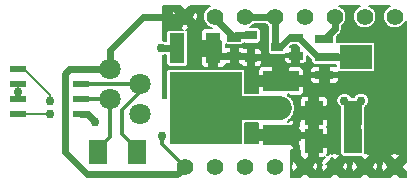
<source format=gbl>
G04 (created by PCBNEW (2013-jul-07)-stable) date Thu 09 Jan 2014 05:17:47 AM EST*
%MOIN*%
G04 Gerber Fmt 3.4, Leading zero omitted, Abs format*
%FSLAX34Y34*%
G01*
G70*
G90*
G04 APERTURE LIST*
%ADD10C,0.00590551*%
%ADD11C,0.0708661*%
%ADD12R,0.12X0.065*%
%ADD13R,0.24X0.24*%
%ADD14R,0.0394X0.0315*%
%ADD15R,0.0551X0.0236*%
%ADD16R,0.05X0.1*%
%ADD17R,0.06X0.08*%
%ADD18R,0.045X0.025*%
%ADD19C,0.055*%
%ADD20R,0.063X0.0276*%
%ADD21R,0.0827X0.0276*%
%ADD22R,0.1083X0.0787*%
%ADD23C,0.03*%
%ADD24C,0.0240157*%
%ADD25C,0.0120079*%
%ADD26C,0.0787402*%
%ADD27C,0.006*%
%ADD28C,0.00787402*%
G04 APERTURE END LIST*
G54D10*
G54D11*
X78000Y-58750D03*
X79000Y-59250D03*
X78000Y-59750D03*
X79000Y-60250D03*
G54D12*
X83700Y-59150D03*
G54D13*
X81200Y-60050D03*
G54D12*
X83700Y-60950D03*
G54D14*
X83583Y-58000D03*
X82717Y-57625D03*
X82717Y-58375D03*
G54D15*
X77050Y-60250D03*
X74950Y-60250D03*
X77050Y-59750D03*
X77050Y-59250D03*
X77050Y-58750D03*
X74950Y-59750D03*
X74950Y-59250D03*
X74950Y-58750D03*
G54D16*
X80250Y-58050D03*
X81450Y-58050D03*
G54D17*
X77600Y-61500D03*
X78900Y-61500D03*
X86100Y-61150D03*
X84800Y-61150D03*
X86100Y-60200D03*
X84800Y-60200D03*
G54D18*
X84200Y-57700D03*
X84200Y-58300D03*
X82150Y-57700D03*
X82150Y-58300D03*
G54D19*
X80500Y-62000D03*
X81500Y-62000D03*
X82500Y-62000D03*
X83500Y-62000D03*
X84500Y-62000D03*
X85500Y-62000D03*
X86500Y-62000D03*
X87500Y-62000D03*
X87500Y-57000D03*
X86500Y-57000D03*
X85500Y-57000D03*
X84500Y-57000D03*
X83500Y-57000D03*
X82500Y-57000D03*
X81500Y-57000D03*
X80500Y-57000D03*
G54D20*
X85152Y-58941D03*
G54D21*
X85250Y-58350D03*
G54D20*
X85152Y-57759D03*
G54D22*
X86195Y-58350D03*
G54D23*
X86100Y-61150D03*
X85825Y-59800D03*
X86100Y-60200D03*
X86375Y-59800D03*
X86250Y-60675D03*
X85950Y-60675D03*
X77525Y-60500D03*
X79700Y-58050D03*
X79750Y-60975D03*
X80900Y-58500D03*
X83675Y-60050D03*
X83375Y-60250D03*
X83375Y-59875D03*
X83075Y-60050D03*
X76000Y-60250D03*
X74950Y-59500D03*
X76000Y-59800D03*
G54D24*
X86100Y-60200D02*
X86100Y-60075D01*
X86100Y-60200D02*
X86100Y-60100D01*
X85950Y-60675D02*
X86250Y-60675D01*
X86100Y-60350D02*
X86250Y-60675D01*
X86100Y-60200D02*
X86100Y-60350D01*
X86100Y-60425D02*
X85950Y-60675D01*
X86100Y-60200D02*
X86100Y-60425D01*
X86100Y-60200D02*
X86100Y-60050D01*
X85500Y-57000D02*
X85500Y-57411D01*
X85500Y-57411D02*
X85152Y-57759D01*
X82717Y-57625D02*
X82225Y-57625D01*
X82225Y-57625D02*
X82150Y-57700D01*
X81500Y-57000D02*
X81500Y-57050D01*
X81500Y-57050D02*
X82150Y-57700D01*
X84200Y-57700D02*
X83975Y-57700D01*
X83675Y-58000D02*
X83583Y-58000D01*
X83975Y-57700D02*
X83675Y-58000D01*
X85250Y-58350D02*
X86195Y-58350D01*
X77050Y-60250D02*
X77275Y-60250D01*
X77275Y-60250D02*
X77525Y-60500D01*
X84200Y-57700D02*
X84300Y-57700D01*
X84950Y-58350D02*
X85250Y-58350D01*
X84300Y-57700D02*
X84950Y-58350D01*
X82500Y-57000D02*
X83500Y-57000D01*
X83500Y-57000D02*
X83500Y-57917D01*
X83500Y-57917D02*
X83583Y-58000D01*
X79700Y-58050D02*
X80250Y-58050D01*
X83700Y-60950D02*
X83850Y-60950D01*
X83850Y-60950D02*
X84200Y-60600D01*
X84200Y-60600D02*
X84200Y-60500D01*
X84200Y-61300D02*
X84200Y-61500D01*
X83850Y-60950D02*
X84200Y-61300D01*
X83700Y-60950D02*
X84600Y-60950D01*
X84600Y-60950D02*
X84800Y-61150D01*
X82150Y-58300D02*
X82642Y-58300D01*
X82642Y-58300D02*
X82717Y-58375D01*
X81450Y-58050D02*
X81725Y-58325D01*
X82125Y-58325D02*
X82150Y-58300D01*
X81725Y-58325D02*
X82125Y-58325D01*
G54D25*
X79750Y-61250D02*
X80500Y-62000D01*
X79750Y-60975D02*
X79750Y-61250D01*
G54D24*
X78000Y-58750D02*
X78000Y-58100D01*
X79100Y-57000D02*
X80500Y-57000D01*
X78000Y-58100D02*
X79100Y-57000D01*
X77050Y-58750D02*
X76650Y-58750D01*
X76650Y-58750D02*
X76500Y-58900D01*
X76500Y-58900D02*
X76500Y-61500D01*
X80250Y-62250D02*
X80500Y-62000D01*
X77250Y-62250D02*
X80250Y-62250D01*
X76500Y-61500D02*
X77250Y-62250D01*
X78000Y-58750D02*
X77050Y-58750D01*
G54D26*
X81200Y-60050D02*
X83675Y-60050D01*
G54D24*
X83675Y-60050D02*
X83653Y-60071D01*
G54D25*
X78400Y-60100D02*
X78400Y-60900D01*
X79000Y-59500D02*
X78400Y-60100D01*
X79000Y-59250D02*
X79000Y-59500D01*
X78900Y-61400D02*
X78900Y-61500D01*
X78400Y-60900D02*
X78900Y-61400D01*
X79000Y-59250D02*
X77050Y-59250D01*
G54D27*
X74950Y-60250D02*
X76000Y-60250D01*
X74950Y-59500D02*
X74950Y-59750D01*
X74950Y-59250D02*
X74950Y-59500D01*
G54D25*
X78000Y-59750D02*
X78000Y-61000D01*
X77600Y-61400D02*
X77600Y-61500D01*
X78000Y-61000D02*
X77600Y-61400D01*
X78000Y-59750D02*
X77050Y-59750D01*
G54D27*
X76000Y-59800D02*
X76000Y-59600D01*
X76000Y-59600D02*
X75150Y-58750D01*
X74950Y-58750D02*
X75150Y-58750D01*
G54D10*
G36*
X84338Y-61112D02*
X83955Y-61112D01*
X83955Y-61210D01*
X83444Y-61210D01*
X83444Y-61112D01*
X82978Y-61112D01*
X82938Y-61152D01*
X82938Y-61210D01*
X82518Y-61210D01*
X82518Y-60561D01*
X82951Y-60561D01*
X82938Y-60593D01*
X82938Y-60747D01*
X82978Y-60787D01*
X83444Y-60787D01*
X83444Y-60686D01*
X83955Y-60686D01*
X83955Y-60787D01*
X84338Y-60787D01*
X84338Y-60909D01*
X84338Y-61112D01*
X84338Y-61112D01*
G37*
G54D28*
X84338Y-61112D02*
X83955Y-61112D01*
X83955Y-61210D01*
X83444Y-61210D01*
X83444Y-61112D01*
X82978Y-61112D01*
X82938Y-61152D01*
X82938Y-61210D01*
X82518Y-61210D01*
X82518Y-60561D01*
X82951Y-60561D01*
X82938Y-60593D01*
X82938Y-60747D01*
X82978Y-60787D01*
X83444Y-60787D01*
X83444Y-60686D01*
X83955Y-60686D01*
X83955Y-60787D01*
X84338Y-60787D01*
X84338Y-60909D01*
X84338Y-61112D01*
G54D10*
G36*
X87862Y-62362D02*
X87671Y-62362D01*
X87671Y-61633D01*
X87637Y-61576D01*
X87465Y-61556D01*
X87362Y-61576D01*
X87328Y-61633D01*
X87500Y-61805D01*
X87671Y-61633D01*
X87671Y-62362D01*
X87667Y-62362D01*
X87500Y-62194D01*
X87332Y-62362D01*
X87305Y-62362D01*
X87305Y-62000D01*
X87133Y-61828D01*
X87076Y-61862D01*
X87056Y-62034D01*
X87076Y-62137D01*
X87133Y-62171D01*
X87305Y-62000D01*
X87305Y-62362D01*
X86943Y-62362D01*
X86943Y-61965D01*
X86923Y-61862D01*
X86866Y-61828D01*
X86694Y-62000D01*
X86866Y-62171D01*
X86923Y-62137D01*
X86943Y-61965D01*
X86943Y-62362D01*
X86671Y-62362D01*
X86671Y-61633D01*
X86637Y-61576D01*
X86518Y-61562D01*
X86518Y-61526D01*
X86518Y-60726D01*
X86518Y-60726D01*
X86518Y-60621D01*
X86518Y-60621D01*
X86518Y-60576D01*
X86518Y-60030D01*
X86526Y-60027D01*
X86602Y-59952D01*
X86643Y-59853D01*
X86643Y-59746D01*
X86602Y-59648D01*
X86527Y-59572D01*
X86428Y-59531D01*
X86321Y-59531D01*
X86223Y-59572D01*
X86147Y-59647D01*
X86133Y-59681D01*
X86066Y-59681D01*
X86052Y-59648D01*
X85977Y-59572D01*
X85878Y-59531D01*
X85771Y-59531D01*
X85673Y-59572D01*
X85628Y-59617D01*
X85628Y-59110D01*
X85628Y-59050D01*
X85588Y-59010D01*
X85309Y-59010D01*
X85309Y-59200D01*
X85349Y-59240D01*
X85435Y-59240D01*
X85499Y-59240D01*
X85558Y-59215D01*
X85603Y-59170D01*
X85628Y-59110D01*
X85628Y-59617D01*
X85597Y-59647D01*
X85556Y-59746D01*
X85556Y-59853D01*
X85597Y-59951D01*
X85672Y-60027D01*
X85681Y-60030D01*
X85681Y-60623D01*
X85681Y-60623D01*
X85681Y-60728D01*
X85681Y-60728D01*
X85681Y-60773D01*
X85681Y-61573D01*
X85699Y-61616D01*
X85733Y-61650D01*
X85776Y-61668D01*
X85823Y-61668D01*
X86362Y-61668D01*
X86500Y-61805D01*
X86671Y-61633D01*
X86671Y-62362D01*
X86667Y-62362D01*
X86500Y-62194D01*
X86332Y-62362D01*
X86305Y-62362D01*
X86305Y-62000D01*
X86133Y-61828D01*
X86076Y-61862D01*
X86056Y-62034D01*
X86076Y-62137D01*
X86133Y-62171D01*
X86305Y-62000D01*
X86305Y-62362D01*
X85943Y-62362D01*
X85943Y-61965D01*
X85923Y-61862D01*
X85866Y-61828D01*
X85694Y-62000D01*
X85866Y-62171D01*
X85923Y-62137D01*
X85943Y-61965D01*
X85943Y-62362D01*
X85671Y-62362D01*
X85671Y-61633D01*
X85637Y-61576D01*
X85465Y-61556D01*
X85426Y-61564D01*
X85366Y-61504D01*
X85261Y-61610D01*
X85241Y-61630D01*
X85261Y-61582D01*
X85261Y-61518D01*
X85261Y-60781D01*
X85261Y-60717D01*
X85243Y-60675D01*
X85261Y-60632D01*
X85261Y-60568D01*
X85261Y-59831D01*
X85261Y-59767D01*
X85236Y-59708D01*
X85191Y-59663D01*
X85131Y-59638D01*
X84994Y-59638D01*
X84994Y-59200D01*
X84994Y-59010D01*
X84994Y-58872D01*
X84994Y-58681D01*
X84954Y-58641D01*
X84868Y-58641D01*
X84804Y-58641D01*
X84745Y-58666D01*
X84700Y-58711D01*
X84675Y-58771D01*
X84675Y-58831D01*
X84715Y-58872D01*
X84994Y-58872D01*
X84994Y-59010D01*
X84715Y-59010D01*
X84675Y-59050D01*
X84675Y-59110D01*
X84700Y-59170D01*
X84745Y-59215D01*
X84804Y-59240D01*
X84868Y-59240D01*
X84954Y-59240D01*
X84994Y-59200D01*
X84994Y-59638D01*
X84990Y-59638D01*
X84950Y-59678D01*
X84950Y-60000D01*
X85221Y-60000D01*
X85261Y-59959D01*
X85261Y-59831D01*
X85261Y-60568D01*
X85261Y-60440D01*
X85221Y-60400D01*
X84950Y-60400D01*
X84950Y-60628D01*
X84950Y-60721D01*
X84950Y-60950D01*
X85221Y-60950D01*
X85261Y-60909D01*
X85261Y-60781D01*
X85261Y-61518D01*
X85261Y-61390D01*
X85221Y-61350D01*
X84950Y-61350D01*
X84950Y-61671D01*
X84990Y-61711D01*
X85131Y-61711D01*
X85180Y-61691D01*
X85004Y-61866D01*
X85068Y-61930D01*
X85056Y-62034D01*
X85076Y-62137D01*
X85133Y-62171D01*
X85305Y-62000D01*
X85261Y-61955D01*
X85216Y-61910D01*
X85261Y-61865D01*
X85410Y-61716D01*
X85500Y-61805D01*
X85671Y-61633D01*
X85671Y-62362D01*
X85667Y-62362D01*
X85500Y-62194D01*
X85332Y-62362D01*
X85305Y-62362D01*
X84943Y-62362D01*
X84943Y-61965D01*
X84923Y-61862D01*
X84866Y-61828D01*
X84694Y-62000D01*
X84866Y-62171D01*
X84923Y-62137D01*
X84943Y-61965D01*
X84943Y-62362D01*
X84667Y-62362D01*
X84500Y-62194D01*
X84332Y-62362D01*
X84305Y-62362D01*
X84305Y-62000D01*
X84133Y-61828D01*
X84076Y-61862D01*
X84056Y-62034D01*
X84076Y-62137D01*
X84133Y-62171D01*
X84305Y-62000D01*
X84305Y-62362D01*
X84039Y-62362D01*
X84039Y-61436D01*
X84268Y-61436D01*
X84332Y-61436D01*
X84338Y-61433D01*
X84338Y-61518D01*
X84338Y-61582D01*
X84347Y-61602D01*
X84328Y-61633D01*
X84500Y-61805D01*
X84594Y-61711D01*
X84609Y-61711D01*
X84650Y-61671D01*
X84650Y-61655D01*
X84671Y-61633D01*
X84650Y-61597D01*
X84650Y-61350D01*
X84536Y-61350D01*
X84536Y-60950D01*
X84650Y-60950D01*
X84650Y-60721D01*
X84650Y-60628D01*
X84650Y-60400D01*
X84650Y-60000D01*
X84650Y-59678D01*
X84609Y-59638D01*
X84586Y-59638D01*
X84468Y-59638D01*
X84461Y-59641D01*
X84408Y-59663D01*
X84363Y-59708D01*
X84338Y-59767D01*
X84338Y-59831D01*
X84338Y-59959D01*
X84378Y-60000D01*
X84650Y-60000D01*
X84650Y-60400D01*
X84378Y-60400D01*
X84338Y-60440D01*
X84338Y-60466D01*
X84332Y-60463D01*
X84268Y-60463D01*
X83996Y-60463D01*
X83955Y-60503D01*
X83955Y-60466D01*
X84036Y-60411D01*
X84147Y-60245D01*
X84186Y-60050D01*
X84147Y-59854D01*
X84036Y-59688D01*
X83955Y-59633D01*
X83955Y-59596D01*
X83996Y-59636D01*
X84268Y-59636D01*
X84332Y-59636D01*
X84391Y-59611D01*
X84436Y-59566D01*
X84461Y-59506D01*
X84461Y-58793D01*
X84436Y-58733D01*
X84391Y-58688D01*
X84332Y-58663D01*
X84268Y-58663D01*
X84087Y-58663D01*
X84087Y-58546D01*
X84087Y-58362D01*
X83853Y-58362D01*
X83813Y-58402D01*
X83813Y-58456D01*
X83838Y-58516D01*
X83883Y-58561D01*
X83942Y-58586D01*
X84006Y-58586D01*
X84047Y-58586D01*
X84087Y-58546D01*
X84087Y-58663D01*
X83996Y-58663D01*
X83955Y-58703D01*
X83955Y-58987D01*
X84421Y-58987D01*
X84461Y-58947D01*
X84461Y-58793D01*
X84461Y-59506D01*
X84461Y-59352D01*
X84421Y-59312D01*
X83955Y-59312D01*
X83955Y-59413D01*
X83444Y-59413D01*
X83444Y-59312D01*
X83444Y-58987D01*
X83444Y-58703D01*
X83403Y-58663D01*
X83131Y-58663D01*
X83075Y-58663D01*
X83075Y-58564D01*
X83075Y-58185D01*
X83050Y-58126D01*
X83005Y-58080D01*
X82946Y-58056D01*
X82882Y-58056D01*
X82855Y-58056D01*
X82815Y-58096D01*
X82815Y-58296D01*
X83035Y-58296D01*
X83075Y-58255D01*
X83075Y-58185D01*
X83075Y-58564D01*
X83075Y-58494D01*
X83035Y-58453D01*
X82815Y-58453D01*
X82815Y-58653D01*
X82855Y-58693D01*
X82882Y-58693D01*
X82946Y-58693D01*
X83005Y-58669D01*
X83050Y-58623D01*
X83075Y-58564D01*
X83075Y-58663D01*
X83067Y-58663D01*
X83008Y-58688D01*
X82963Y-58733D01*
X82938Y-58793D01*
X82938Y-58947D01*
X82978Y-58987D01*
X83444Y-58987D01*
X83444Y-59312D01*
X82978Y-59312D01*
X82938Y-59352D01*
X82938Y-59506D01*
X82951Y-59538D01*
X82618Y-59538D01*
X82618Y-58653D01*
X82618Y-58453D01*
X82536Y-58453D01*
X82536Y-58402D01*
X82520Y-58386D01*
X82520Y-58296D01*
X82618Y-58296D01*
X82618Y-58096D01*
X82578Y-58056D01*
X82551Y-58056D01*
X82487Y-58056D01*
X82485Y-58057D01*
X82466Y-58038D01*
X82407Y-58013D01*
X82343Y-58013D01*
X82302Y-58013D01*
X82262Y-58053D01*
X82262Y-58237D01*
X82358Y-58237D01*
X82358Y-58255D01*
X82358Y-58362D01*
X82262Y-58362D01*
X82262Y-58546D01*
X82302Y-58586D01*
X82343Y-58586D01*
X82358Y-58586D01*
X82358Y-58630D01*
X82390Y-58630D01*
X82428Y-58669D01*
X82487Y-58693D01*
X82551Y-58693D01*
X82578Y-58693D01*
X82618Y-58653D01*
X82618Y-59538D01*
X82518Y-59538D01*
X82518Y-58826D01*
X82500Y-58783D01*
X82466Y-58749D01*
X82423Y-58731D01*
X82376Y-58731D01*
X82037Y-58731D01*
X81325Y-58731D01*
X81325Y-58671D01*
X81325Y-58300D01*
X81078Y-58300D01*
X81038Y-58340D01*
X81038Y-58518D01*
X81038Y-58582D01*
X81063Y-58641D01*
X81108Y-58686D01*
X81168Y-58711D01*
X81284Y-58711D01*
X81325Y-58671D01*
X81325Y-58731D01*
X80943Y-58731D01*
X80943Y-56965D01*
X80923Y-56862D01*
X80866Y-56828D01*
X80694Y-57000D01*
X80866Y-57171D01*
X80923Y-57137D01*
X80943Y-56965D01*
X80943Y-58731D01*
X79976Y-58731D01*
X79933Y-58749D01*
X79899Y-58783D01*
X79881Y-58826D01*
X79881Y-58873D01*
X79881Y-59710D01*
X79789Y-59710D01*
X79789Y-58303D01*
X79825Y-58288D01*
X79881Y-58288D01*
X79881Y-58573D01*
X79899Y-58616D01*
X79933Y-58650D01*
X79976Y-58668D01*
X80023Y-58668D01*
X80523Y-58668D01*
X80566Y-58650D01*
X80600Y-58616D01*
X80618Y-58573D01*
X80618Y-58526D01*
X80618Y-57526D01*
X80600Y-57483D01*
X80566Y-57449D01*
X80546Y-57441D01*
X80637Y-57423D01*
X80671Y-57366D01*
X80500Y-57194D01*
X80328Y-57366D01*
X80362Y-57423D01*
X80435Y-57431D01*
X80305Y-57431D01*
X80305Y-57000D01*
X80133Y-56828D01*
X80076Y-56862D01*
X80056Y-57034D01*
X80076Y-57137D01*
X80133Y-57171D01*
X80305Y-57000D01*
X80305Y-57431D01*
X79976Y-57431D01*
X79933Y-57449D01*
X79899Y-57483D01*
X79881Y-57526D01*
X79881Y-57573D01*
X79881Y-57811D01*
X79825Y-57811D01*
X79789Y-57796D01*
X79789Y-56637D01*
X80332Y-56637D01*
X80500Y-56805D01*
X80667Y-56637D01*
X81347Y-56637D01*
X81277Y-56666D01*
X81166Y-56777D01*
X81106Y-56921D01*
X81106Y-57077D01*
X81166Y-57222D01*
X81277Y-57333D01*
X81410Y-57388D01*
X81284Y-57388D01*
X81168Y-57388D01*
X81108Y-57413D01*
X81063Y-57458D01*
X81038Y-57517D01*
X81038Y-57581D01*
X81038Y-57759D01*
X81078Y-57800D01*
X81325Y-57800D01*
X81325Y-57786D01*
X81575Y-57786D01*
X81575Y-57800D01*
X81700Y-57800D01*
X81700Y-58300D01*
X81575Y-58300D01*
X81575Y-58671D01*
X81615Y-58711D01*
X81731Y-58711D01*
X81791Y-58686D01*
X81836Y-58641D01*
X81861Y-58582D01*
X81861Y-58573D01*
X81892Y-58586D01*
X81956Y-58586D01*
X81997Y-58586D01*
X82037Y-58546D01*
X82037Y-58362D01*
X81925Y-58362D01*
X81925Y-58237D01*
X82037Y-58237D01*
X82037Y-58053D01*
X81997Y-58013D01*
X81956Y-58013D01*
X81892Y-58013D01*
X81861Y-58026D01*
X81861Y-57926D01*
X81901Y-57943D01*
X81948Y-57943D01*
X82398Y-57943D01*
X82441Y-57925D01*
X82475Y-57891D01*
X82475Y-57891D01*
X82496Y-57900D01*
X82543Y-57900D01*
X82937Y-57900D01*
X82980Y-57882D01*
X83014Y-57849D01*
X83032Y-57806D01*
X83032Y-57759D01*
X83032Y-57444D01*
X83014Y-57400D01*
X82980Y-57367D01*
X82937Y-57349D01*
X82890Y-57349D01*
X82683Y-57349D01*
X82722Y-57333D01*
X82817Y-57238D01*
X83182Y-57238D01*
X83261Y-57317D01*
X83261Y-57916D01*
X83261Y-57917D01*
X83267Y-57947D01*
X83267Y-58180D01*
X83285Y-58224D01*
X83319Y-58257D01*
X83362Y-58275D01*
X83409Y-58275D01*
X83803Y-58275D01*
X83846Y-58257D01*
X83867Y-58237D01*
X84087Y-58237D01*
X84087Y-58053D01*
X84047Y-58013D01*
X84006Y-58013D01*
X83998Y-58013D01*
X84068Y-57943D01*
X84206Y-57943D01*
X84314Y-58051D01*
X84312Y-58053D01*
X84312Y-58237D01*
X84425Y-58237D01*
X84425Y-58362D01*
X84312Y-58362D01*
X84312Y-58546D01*
X84352Y-58586D01*
X84393Y-58586D01*
X84457Y-58586D01*
X84516Y-58561D01*
X84522Y-58555D01*
X84586Y-58555D01*
X84586Y-58457D01*
X84586Y-58456D01*
X84586Y-58402D01*
X84586Y-58323D01*
X84718Y-58455D01*
X84718Y-58511D01*
X84736Y-58554D01*
X84769Y-58588D01*
X84812Y-58606D01*
X84859Y-58606D01*
X85535Y-58606D01*
X85535Y-58656D01*
X85499Y-58641D01*
X85435Y-58641D01*
X85349Y-58641D01*
X85309Y-58681D01*
X85309Y-58872D01*
X85588Y-58872D01*
X85607Y-58852D01*
X85629Y-58861D01*
X85676Y-58861D01*
X86759Y-58861D01*
X86803Y-58843D01*
X86836Y-58810D01*
X86854Y-58767D01*
X86854Y-58720D01*
X86854Y-57933D01*
X86836Y-57889D01*
X86803Y-57856D01*
X86760Y-57838D01*
X86713Y-57838D01*
X85630Y-57838D01*
X85586Y-57856D01*
X85585Y-57857D01*
X85585Y-57662D01*
X85668Y-57579D01*
X85668Y-57579D01*
X85668Y-57579D01*
X85720Y-57502D01*
X85720Y-57502D01*
X85738Y-57411D01*
X85738Y-57317D01*
X85833Y-57222D01*
X85893Y-57078D01*
X85893Y-56922D01*
X85833Y-56777D01*
X85722Y-56666D01*
X85652Y-56637D01*
X86347Y-56637D01*
X86277Y-56666D01*
X86166Y-56777D01*
X86106Y-56921D01*
X86106Y-57077D01*
X86166Y-57222D01*
X86277Y-57333D01*
X86421Y-57393D01*
X86577Y-57393D01*
X86722Y-57333D01*
X86833Y-57222D01*
X86893Y-57078D01*
X86893Y-56922D01*
X86833Y-56777D01*
X86722Y-56666D01*
X86652Y-56637D01*
X87347Y-56637D01*
X87277Y-56666D01*
X87166Y-56777D01*
X87106Y-56921D01*
X87106Y-57077D01*
X87166Y-57222D01*
X87277Y-57333D01*
X87421Y-57393D01*
X87577Y-57393D01*
X87722Y-57333D01*
X87833Y-57222D01*
X87862Y-57152D01*
X87862Y-61832D01*
X87694Y-62000D01*
X87862Y-62167D01*
X87862Y-62362D01*
X87862Y-62362D01*
G37*
G54D28*
X87862Y-62362D02*
X87671Y-62362D01*
X87671Y-61633D01*
X87637Y-61576D01*
X87465Y-61556D01*
X87362Y-61576D01*
X87328Y-61633D01*
X87500Y-61805D01*
X87671Y-61633D01*
X87671Y-62362D01*
X87667Y-62362D01*
X87500Y-62194D01*
X87332Y-62362D01*
X87305Y-62362D01*
X87305Y-62000D01*
X87133Y-61828D01*
X87076Y-61862D01*
X87056Y-62034D01*
X87076Y-62137D01*
X87133Y-62171D01*
X87305Y-62000D01*
X87305Y-62362D01*
X86943Y-62362D01*
X86943Y-61965D01*
X86923Y-61862D01*
X86866Y-61828D01*
X86694Y-62000D01*
X86866Y-62171D01*
X86923Y-62137D01*
X86943Y-61965D01*
X86943Y-62362D01*
X86671Y-62362D01*
X86671Y-61633D01*
X86637Y-61576D01*
X86518Y-61562D01*
X86518Y-61526D01*
X86518Y-60726D01*
X86518Y-60726D01*
X86518Y-60621D01*
X86518Y-60621D01*
X86518Y-60576D01*
X86518Y-60030D01*
X86526Y-60027D01*
X86602Y-59952D01*
X86643Y-59853D01*
X86643Y-59746D01*
X86602Y-59648D01*
X86527Y-59572D01*
X86428Y-59531D01*
X86321Y-59531D01*
X86223Y-59572D01*
X86147Y-59647D01*
X86133Y-59681D01*
X86066Y-59681D01*
X86052Y-59648D01*
X85977Y-59572D01*
X85878Y-59531D01*
X85771Y-59531D01*
X85673Y-59572D01*
X85628Y-59617D01*
X85628Y-59110D01*
X85628Y-59050D01*
X85588Y-59010D01*
X85309Y-59010D01*
X85309Y-59200D01*
X85349Y-59240D01*
X85435Y-59240D01*
X85499Y-59240D01*
X85558Y-59215D01*
X85603Y-59170D01*
X85628Y-59110D01*
X85628Y-59617D01*
X85597Y-59647D01*
X85556Y-59746D01*
X85556Y-59853D01*
X85597Y-59951D01*
X85672Y-60027D01*
X85681Y-60030D01*
X85681Y-60623D01*
X85681Y-60623D01*
X85681Y-60728D01*
X85681Y-60728D01*
X85681Y-60773D01*
X85681Y-61573D01*
X85699Y-61616D01*
X85733Y-61650D01*
X85776Y-61668D01*
X85823Y-61668D01*
X86362Y-61668D01*
X86500Y-61805D01*
X86671Y-61633D01*
X86671Y-62362D01*
X86667Y-62362D01*
X86500Y-62194D01*
X86332Y-62362D01*
X86305Y-62362D01*
X86305Y-62000D01*
X86133Y-61828D01*
X86076Y-61862D01*
X86056Y-62034D01*
X86076Y-62137D01*
X86133Y-62171D01*
X86305Y-62000D01*
X86305Y-62362D01*
X85943Y-62362D01*
X85943Y-61965D01*
X85923Y-61862D01*
X85866Y-61828D01*
X85694Y-62000D01*
X85866Y-62171D01*
X85923Y-62137D01*
X85943Y-61965D01*
X85943Y-62362D01*
X85671Y-62362D01*
X85671Y-61633D01*
X85637Y-61576D01*
X85465Y-61556D01*
X85426Y-61564D01*
X85366Y-61504D01*
X85261Y-61610D01*
X85241Y-61630D01*
X85261Y-61582D01*
X85261Y-61518D01*
X85261Y-60781D01*
X85261Y-60717D01*
X85243Y-60675D01*
X85261Y-60632D01*
X85261Y-60568D01*
X85261Y-59831D01*
X85261Y-59767D01*
X85236Y-59708D01*
X85191Y-59663D01*
X85131Y-59638D01*
X84994Y-59638D01*
X84994Y-59200D01*
X84994Y-59010D01*
X84994Y-58872D01*
X84994Y-58681D01*
X84954Y-58641D01*
X84868Y-58641D01*
X84804Y-58641D01*
X84745Y-58666D01*
X84700Y-58711D01*
X84675Y-58771D01*
X84675Y-58831D01*
X84715Y-58872D01*
X84994Y-58872D01*
X84994Y-59010D01*
X84715Y-59010D01*
X84675Y-59050D01*
X84675Y-59110D01*
X84700Y-59170D01*
X84745Y-59215D01*
X84804Y-59240D01*
X84868Y-59240D01*
X84954Y-59240D01*
X84994Y-59200D01*
X84994Y-59638D01*
X84990Y-59638D01*
X84950Y-59678D01*
X84950Y-60000D01*
X85221Y-60000D01*
X85261Y-59959D01*
X85261Y-59831D01*
X85261Y-60568D01*
X85261Y-60440D01*
X85221Y-60400D01*
X84950Y-60400D01*
X84950Y-60628D01*
X84950Y-60721D01*
X84950Y-60950D01*
X85221Y-60950D01*
X85261Y-60909D01*
X85261Y-60781D01*
X85261Y-61518D01*
X85261Y-61390D01*
X85221Y-61350D01*
X84950Y-61350D01*
X84950Y-61671D01*
X84990Y-61711D01*
X85131Y-61711D01*
X85180Y-61691D01*
X85004Y-61866D01*
X85068Y-61930D01*
X85056Y-62034D01*
X85076Y-62137D01*
X85133Y-62171D01*
X85305Y-62000D01*
X85261Y-61955D01*
X85216Y-61910D01*
X85261Y-61865D01*
X85410Y-61716D01*
X85500Y-61805D01*
X85671Y-61633D01*
X85671Y-62362D01*
X85667Y-62362D01*
X85500Y-62194D01*
X85332Y-62362D01*
X85305Y-62362D01*
X84943Y-62362D01*
X84943Y-61965D01*
X84923Y-61862D01*
X84866Y-61828D01*
X84694Y-62000D01*
X84866Y-62171D01*
X84923Y-62137D01*
X84943Y-61965D01*
X84943Y-62362D01*
X84667Y-62362D01*
X84500Y-62194D01*
X84332Y-62362D01*
X84305Y-62362D01*
X84305Y-62000D01*
X84133Y-61828D01*
X84076Y-61862D01*
X84056Y-62034D01*
X84076Y-62137D01*
X84133Y-62171D01*
X84305Y-62000D01*
X84305Y-62362D01*
X84039Y-62362D01*
X84039Y-61436D01*
X84268Y-61436D01*
X84332Y-61436D01*
X84338Y-61433D01*
X84338Y-61518D01*
X84338Y-61582D01*
X84347Y-61602D01*
X84328Y-61633D01*
X84500Y-61805D01*
X84594Y-61711D01*
X84609Y-61711D01*
X84650Y-61671D01*
X84650Y-61655D01*
X84671Y-61633D01*
X84650Y-61597D01*
X84650Y-61350D01*
X84536Y-61350D01*
X84536Y-60950D01*
X84650Y-60950D01*
X84650Y-60721D01*
X84650Y-60628D01*
X84650Y-60400D01*
X84650Y-60000D01*
X84650Y-59678D01*
X84609Y-59638D01*
X84586Y-59638D01*
X84468Y-59638D01*
X84461Y-59641D01*
X84408Y-59663D01*
X84363Y-59708D01*
X84338Y-59767D01*
X84338Y-59831D01*
X84338Y-59959D01*
X84378Y-60000D01*
X84650Y-60000D01*
X84650Y-60400D01*
X84378Y-60400D01*
X84338Y-60440D01*
X84338Y-60466D01*
X84332Y-60463D01*
X84268Y-60463D01*
X83996Y-60463D01*
X83955Y-60503D01*
X83955Y-60466D01*
X84036Y-60411D01*
X84147Y-60245D01*
X84186Y-60050D01*
X84147Y-59854D01*
X84036Y-59688D01*
X83955Y-59633D01*
X83955Y-59596D01*
X83996Y-59636D01*
X84268Y-59636D01*
X84332Y-59636D01*
X84391Y-59611D01*
X84436Y-59566D01*
X84461Y-59506D01*
X84461Y-58793D01*
X84436Y-58733D01*
X84391Y-58688D01*
X84332Y-58663D01*
X84268Y-58663D01*
X84087Y-58663D01*
X84087Y-58546D01*
X84087Y-58362D01*
X83853Y-58362D01*
X83813Y-58402D01*
X83813Y-58456D01*
X83838Y-58516D01*
X83883Y-58561D01*
X83942Y-58586D01*
X84006Y-58586D01*
X84047Y-58586D01*
X84087Y-58546D01*
X84087Y-58663D01*
X83996Y-58663D01*
X83955Y-58703D01*
X83955Y-58987D01*
X84421Y-58987D01*
X84461Y-58947D01*
X84461Y-58793D01*
X84461Y-59506D01*
X84461Y-59352D01*
X84421Y-59312D01*
X83955Y-59312D01*
X83955Y-59413D01*
X83444Y-59413D01*
X83444Y-59312D01*
X83444Y-58987D01*
X83444Y-58703D01*
X83403Y-58663D01*
X83131Y-58663D01*
X83075Y-58663D01*
X83075Y-58564D01*
X83075Y-58185D01*
X83050Y-58126D01*
X83005Y-58080D01*
X82946Y-58056D01*
X82882Y-58056D01*
X82855Y-58056D01*
X82815Y-58096D01*
X82815Y-58296D01*
X83035Y-58296D01*
X83075Y-58255D01*
X83075Y-58185D01*
X83075Y-58564D01*
X83075Y-58494D01*
X83035Y-58453D01*
X82815Y-58453D01*
X82815Y-58653D01*
X82855Y-58693D01*
X82882Y-58693D01*
X82946Y-58693D01*
X83005Y-58669D01*
X83050Y-58623D01*
X83075Y-58564D01*
X83075Y-58663D01*
X83067Y-58663D01*
X83008Y-58688D01*
X82963Y-58733D01*
X82938Y-58793D01*
X82938Y-58947D01*
X82978Y-58987D01*
X83444Y-58987D01*
X83444Y-59312D01*
X82978Y-59312D01*
X82938Y-59352D01*
X82938Y-59506D01*
X82951Y-59538D01*
X82618Y-59538D01*
X82618Y-58653D01*
X82618Y-58453D01*
X82536Y-58453D01*
X82536Y-58402D01*
X82520Y-58386D01*
X82520Y-58296D01*
X82618Y-58296D01*
X82618Y-58096D01*
X82578Y-58056D01*
X82551Y-58056D01*
X82487Y-58056D01*
X82485Y-58057D01*
X82466Y-58038D01*
X82407Y-58013D01*
X82343Y-58013D01*
X82302Y-58013D01*
X82262Y-58053D01*
X82262Y-58237D01*
X82358Y-58237D01*
X82358Y-58255D01*
X82358Y-58362D01*
X82262Y-58362D01*
X82262Y-58546D01*
X82302Y-58586D01*
X82343Y-58586D01*
X82358Y-58586D01*
X82358Y-58630D01*
X82390Y-58630D01*
X82428Y-58669D01*
X82487Y-58693D01*
X82551Y-58693D01*
X82578Y-58693D01*
X82618Y-58653D01*
X82618Y-59538D01*
X82518Y-59538D01*
X82518Y-58826D01*
X82500Y-58783D01*
X82466Y-58749D01*
X82423Y-58731D01*
X82376Y-58731D01*
X82037Y-58731D01*
X81325Y-58731D01*
X81325Y-58671D01*
X81325Y-58300D01*
X81078Y-58300D01*
X81038Y-58340D01*
X81038Y-58518D01*
X81038Y-58582D01*
X81063Y-58641D01*
X81108Y-58686D01*
X81168Y-58711D01*
X81284Y-58711D01*
X81325Y-58671D01*
X81325Y-58731D01*
X80943Y-58731D01*
X80943Y-56965D01*
X80923Y-56862D01*
X80866Y-56828D01*
X80694Y-57000D01*
X80866Y-57171D01*
X80923Y-57137D01*
X80943Y-56965D01*
X80943Y-58731D01*
X79976Y-58731D01*
X79933Y-58749D01*
X79899Y-58783D01*
X79881Y-58826D01*
X79881Y-58873D01*
X79881Y-59710D01*
X79789Y-59710D01*
X79789Y-58303D01*
X79825Y-58288D01*
X79881Y-58288D01*
X79881Y-58573D01*
X79899Y-58616D01*
X79933Y-58650D01*
X79976Y-58668D01*
X80023Y-58668D01*
X80523Y-58668D01*
X80566Y-58650D01*
X80600Y-58616D01*
X80618Y-58573D01*
X80618Y-58526D01*
X80618Y-57526D01*
X80600Y-57483D01*
X80566Y-57449D01*
X80546Y-57441D01*
X80637Y-57423D01*
X80671Y-57366D01*
X80500Y-57194D01*
X80328Y-57366D01*
X80362Y-57423D01*
X80435Y-57431D01*
X80305Y-57431D01*
X80305Y-57000D01*
X80133Y-56828D01*
X80076Y-56862D01*
X80056Y-57034D01*
X80076Y-57137D01*
X80133Y-57171D01*
X80305Y-57000D01*
X80305Y-57431D01*
X79976Y-57431D01*
X79933Y-57449D01*
X79899Y-57483D01*
X79881Y-57526D01*
X79881Y-57573D01*
X79881Y-57811D01*
X79825Y-57811D01*
X79789Y-57796D01*
X79789Y-56637D01*
X80332Y-56637D01*
X80500Y-56805D01*
X80667Y-56637D01*
X81347Y-56637D01*
X81277Y-56666D01*
X81166Y-56777D01*
X81106Y-56921D01*
X81106Y-57077D01*
X81166Y-57222D01*
X81277Y-57333D01*
X81410Y-57388D01*
X81284Y-57388D01*
X81168Y-57388D01*
X81108Y-57413D01*
X81063Y-57458D01*
X81038Y-57517D01*
X81038Y-57581D01*
X81038Y-57759D01*
X81078Y-57800D01*
X81325Y-57800D01*
X81325Y-57786D01*
X81575Y-57786D01*
X81575Y-57800D01*
X81700Y-57800D01*
X81700Y-58300D01*
X81575Y-58300D01*
X81575Y-58671D01*
X81615Y-58711D01*
X81731Y-58711D01*
X81791Y-58686D01*
X81836Y-58641D01*
X81861Y-58582D01*
X81861Y-58573D01*
X81892Y-58586D01*
X81956Y-58586D01*
X81997Y-58586D01*
X82037Y-58546D01*
X82037Y-58362D01*
X81925Y-58362D01*
X81925Y-58237D01*
X82037Y-58237D01*
X82037Y-58053D01*
X81997Y-58013D01*
X81956Y-58013D01*
X81892Y-58013D01*
X81861Y-58026D01*
X81861Y-57926D01*
X81901Y-57943D01*
X81948Y-57943D01*
X82398Y-57943D01*
X82441Y-57925D01*
X82475Y-57891D01*
X82475Y-57891D01*
X82496Y-57900D01*
X82543Y-57900D01*
X82937Y-57900D01*
X82980Y-57882D01*
X83014Y-57849D01*
X83032Y-57806D01*
X83032Y-57759D01*
X83032Y-57444D01*
X83014Y-57400D01*
X82980Y-57367D01*
X82937Y-57349D01*
X82890Y-57349D01*
X82683Y-57349D01*
X82722Y-57333D01*
X82817Y-57238D01*
X83182Y-57238D01*
X83261Y-57317D01*
X83261Y-57916D01*
X83261Y-57917D01*
X83267Y-57947D01*
X83267Y-58180D01*
X83285Y-58224D01*
X83319Y-58257D01*
X83362Y-58275D01*
X83409Y-58275D01*
X83803Y-58275D01*
X83846Y-58257D01*
X83867Y-58237D01*
X84087Y-58237D01*
X84087Y-58053D01*
X84047Y-58013D01*
X84006Y-58013D01*
X83998Y-58013D01*
X84068Y-57943D01*
X84206Y-57943D01*
X84314Y-58051D01*
X84312Y-58053D01*
X84312Y-58237D01*
X84425Y-58237D01*
X84425Y-58362D01*
X84312Y-58362D01*
X84312Y-58546D01*
X84352Y-58586D01*
X84393Y-58586D01*
X84457Y-58586D01*
X84516Y-58561D01*
X84522Y-58555D01*
X84586Y-58555D01*
X84586Y-58457D01*
X84586Y-58456D01*
X84586Y-58402D01*
X84586Y-58323D01*
X84718Y-58455D01*
X84718Y-58511D01*
X84736Y-58554D01*
X84769Y-58588D01*
X84812Y-58606D01*
X84859Y-58606D01*
X85535Y-58606D01*
X85535Y-58656D01*
X85499Y-58641D01*
X85435Y-58641D01*
X85349Y-58641D01*
X85309Y-58681D01*
X85309Y-58872D01*
X85588Y-58872D01*
X85607Y-58852D01*
X85629Y-58861D01*
X85676Y-58861D01*
X86759Y-58861D01*
X86803Y-58843D01*
X86836Y-58810D01*
X86854Y-58767D01*
X86854Y-58720D01*
X86854Y-57933D01*
X86836Y-57889D01*
X86803Y-57856D01*
X86760Y-57838D01*
X86713Y-57838D01*
X85630Y-57838D01*
X85586Y-57856D01*
X85585Y-57857D01*
X85585Y-57662D01*
X85668Y-57579D01*
X85668Y-57579D01*
X85668Y-57579D01*
X85720Y-57502D01*
X85720Y-57502D01*
X85738Y-57411D01*
X85738Y-57317D01*
X85833Y-57222D01*
X85893Y-57078D01*
X85893Y-56922D01*
X85833Y-56777D01*
X85722Y-56666D01*
X85652Y-56637D01*
X86347Y-56637D01*
X86277Y-56666D01*
X86166Y-56777D01*
X86106Y-56921D01*
X86106Y-57077D01*
X86166Y-57222D01*
X86277Y-57333D01*
X86421Y-57393D01*
X86577Y-57393D01*
X86722Y-57333D01*
X86833Y-57222D01*
X86893Y-57078D01*
X86893Y-56922D01*
X86833Y-56777D01*
X86722Y-56666D01*
X86652Y-56637D01*
X87347Y-56637D01*
X87277Y-56666D01*
X87166Y-56777D01*
X87106Y-56921D01*
X87106Y-57077D01*
X87166Y-57222D01*
X87277Y-57333D01*
X87421Y-57393D01*
X87577Y-57393D01*
X87722Y-57333D01*
X87833Y-57222D01*
X87862Y-57152D01*
X87862Y-61832D01*
X87694Y-62000D01*
X87862Y-62167D01*
X87862Y-62362D01*
M02*

</source>
